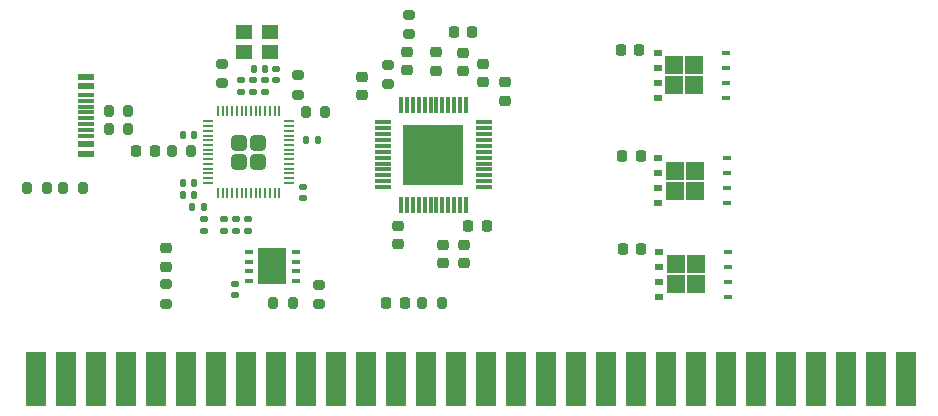
<source format=gbr>
%TF.GenerationSoftware,KiCad,Pcbnew,7.99.0-3012-g423a5b9961*%
%TF.CreationDate,2023-10-18T14:22:59-04:00*%
%TF.ProjectId,drvesc,64727665-7363-42e6-9b69-6361645f7063,V1.0*%
%TF.SameCoordinates,Original*%
%TF.FileFunction,Paste,Top*%
%TF.FilePolarity,Positive*%
%FSLAX46Y46*%
G04 Gerber Fmt 4.6, Leading zero omitted, Abs format (unit mm)*
G04 Created by KiCad (PCBNEW 7.99.0-3012-g423a5b9961) date 2023-10-18 14:22:59*
%MOMM*%
%LPD*%
G01*
G04 APERTURE LIST*
G04 Aperture macros list*
%AMRoundRect*
0 Rectangle with rounded corners*
0 $1 Rounding radius*
0 $2 $3 $4 $5 $6 $7 $8 $9 X,Y pos of 4 corners*
0 Add a 4 corners polygon primitive as box body*
4,1,4,$2,$3,$4,$5,$6,$7,$8,$9,$2,$3,0*
0 Add four circle primitives for the rounded corners*
1,1,$1+$1,$2,$3*
1,1,$1+$1,$4,$5*
1,1,$1+$1,$6,$7*
1,1,$1+$1,$8,$9*
0 Add four rect primitives between the rounded corners*
20,1,$1+$1,$2,$3,$4,$5,0*
20,1,$1+$1,$4,$5,$6,$7,0*
20,1,$1+$1,$6,$7,$8,$9,0*
20,1,$1+$1,$8,$9,$2,$3,0*%
G04 Aperture macros list end*
%ADD10C,0.000000*%
%ADD11RoundRect,0.200000X-0.275000X0.200000X-0.275000X-0.200000X0.275000X-0.200000X0.275000X0.200000X0*%
%ADD12RoundRect,0.200000X0.200000X0.275000X-0.200000X0.275000X-0.200000X-0.275000X0.200000X-0.275000X0*%
%ADD13RoundRect,0.200000X-0.200000X-0.275000X0.200000X-0.275000X0.200000X0.275000X-0.200000X0.275000X0*%
%ADD14RoundRect,0.225000X0.250000X-0.225000X0.250000X0.225000X-0.250000X0.225000X-0.250000X-0.225000X0*%
%ADD15R,1.500000X1.500000*%
%ADD16R,0.750000X0.500000*%
%ADD17R,0.750000X0.400000*%
%ADD18R,1.450000X0.600000*%
%ADD19R,1.450000X0.300000*%
%ADD20RoundRect,0.140000X0.140000X0.170000X-0.140000X0.170000X-0.140000X-0.170000X0.140000X-0.170000X0*%
%ADD21RoundRect,0.140000X-0.170000X0.140000X-0.170000X-0.140000X0.170000X-0.140000X0.170000X0.140000X0*%
%ADD22RoundRect,0.225000X0.225000X0.250000X-0.225000X0.250000X-0.225000X-0.250000X0.225000X-0.250000X0*%
%ADD23RoundRect,0.200000X0.275000X-0.200000X0.275000X0.200000X-0.275000X0.200000X-0.275000X-0.200000X0*%
%ADD24RoundRect,0.218750X-0.218750X-0.256250X0.218750X-0.256250X0.218750X0.256250X-0.218750X0.256250X0*%
%ADD25RoundRect,0.225000X-0.250000X0.225000X-0.250000X-0.225000X0.250000X-0.225000X0.250000X0.225000X0*%
%ADD26R,1.475000X0.300000*%
%ADD27R,0.300000X1.475000*%
%ADD28R,5.170000X5.170000*%
%ADD29RoundRect,0.140000X0.170000X-0.140000X0.170000X0.140000X-0.170000X0.140000X-0.170000X-0.140000X0*%
%ADD30RoundRect,0.225000X-0.225000X-0.250000X0.225000X-0.250000X0.225000X0.250000X-0.225000X0.250000X0*%
%ADD31RoundRect,0.218750X-0.256250X0.218750X-0.256250X-0.218750X0.256250X-0.218750X0.256250X0.218750X0*%
%ADD32RoundRect,0.135000X-0.185000X0.135000X-0.185000X-0.135000X0.185000X-0.135000X0.185000X0.135000X0*%
%ADD33R,1.400000X1.200000*%
%ADD34R,0.762000X0.304800*%
%ADD35R,2.387600X3.098800*%
%ADD36RoundRect,0.249999X0.395001X0.395001X-0.395001X0.395001X-0.395001X-0.395001X0.395001X-0.395001X0*%
%ADD37RoundRect,0.050000X0.387500X0.050000X-0.387500X0.050000X-0.387500X-0.050000X0.387500X-0.050000X0*%
%ADD38RoundRect,0.050000X0.050000X0.387500X-0.050000X0.387500X-0.050000X-0.387500X0.050000X-0.387500X0*%
%ADD39R,1.651000X4.572000*%
G04 APERTURE END LIST*
D10*
%TO.C,U2*%
G36*
X121508000Y-119055348D02*
G01*
X119320400Y-119055348D01*
X119320400Y-117705948D01*
X121508000Y-117705948D01*
X121508000Y-119055348D01*
G37*
G36*
X121508000Y-120604748D02*
G01*
X119320400Y-120604748D01*
X119320400Y-119255348D01*
X121508000Y-119255348D01*
X121508000Y-120604748D01*
G37*
%TD*%
D11*
%TO.C,R1*%
X132003800Y-97866200D03*
X132003800Y-99516200D03*
%TD*%
D12*
%TO.C,R9*%
X101295200Y-112522000D03*
X99645200Y-112522000D03*
%TD*%
D13*
%TO.C,R17*%
X106554000Y-106045000D03*
X108204000Y-106045000D03*
%TD*%
D14*
%TO.C,C14*%
X131087023Y-117269398D03*
X131087023Y-115719398D03*
%TD*%
D15*
%TO.C,Q1*%
X156150723Y-103811302D03*
X156150723Y-102111302D03*
X154450723Y-103811302D03*
X154450723Y-102111302D03*
D16*
X153045723Y-104866302D03*
X153045723Y-103596302D03*
X153045723Y-102326302D03*
X153045723Y-101056302D03*
D17*
X158850723Y-104866302D03*
X158850723Y-103596302D03*
X158850723Y-102326302D03*
X158850723Y-101056302D03*
%TD*%
D18*
%TO.C,J2*%
X104610400Y-103123200D03*
X104610400Y-103923200D03*
D19*
X104610400Y-105123200D03*
X104610400Y-106123200D03*
X104610400Y-106623200D03*
X104610400Y-107623200D03*
D18*
X104610400Y-108823200D03*
X104610400Y-109623200D03*
X104610400Y-109623200D03*
X104610400Y-108823200D03*
D19*
X104610400Y-108123200D03*
X104610400Y-107123200D03*
X104610400Y-105623200D03*
X104610400Y-104623200D03*
D18*
X104610400Y-103923200D03*
X104610400Y-103123200D03*
%TD*%
D20*
%TO.C,C20*%
X124261300Y-108455598D03*
X123301300Y-108455598D03*
%TD*%
D21*
%TO.C,C17*%
X117226500Y-120614698D03*
X117226500Y-121574698D03*
%TD*%
D22*
%TO.C,C10*%
X151638600Y-117703600D03*
X150088600Y-117703600D03*
%TD*%
D23*
%TO.C,R13*%
X122560500Y-104619198D03*
X122560500Y-102969198D03*
%TD*%
D20*
%TO.C,C19*%
X119812100Y-102448555D03*
X118852100Y-102448555D03*
%TD*%
D24*
%TO.C,D3*%
X108869700Y-109369998D03*
X110444700Y-109369998D03*
%TD*%
D20*
%TO.C,C16*%
X114600199Y-114145198D03*
X113640199Y-114145198D03*
%TD*%
D14*
%TO.C,C1*%
X131800600Y-102552800D03*
X131800600Y-101002800D03*
%TD*%
D22*
%TO.C,C9*%
X151607576Y-109809004D03*
X150057576Y-109809004D03*
%TD*%
D25*
%TO.C,C6*%
X134262023Y-101038798D03*
X134262023Y-102588798D03*
%TD*%
D11*
%TO.C,R18*%
X130225800Y-102083600D03*
X130225800Y-103733600D03*
%TD*%
D26*
%TO.C,U1*%
X129817023Y-106954198D03*
X129817023Y-107454198D03*
X129817023Y-107954198D03*
X129817023Y-108454198D03*
X129817023Y-108954198D03*
X129817023Y-109454198D03*
X129817023Y-109954198D03*
X129817023Y-110454198D03*
X129817023Y-110954198D03*
X129817023Y-111454198D03*
X129817023Y-111954198D03*
X129817023Y-112454198D03*
D27*
X131305023Y-113942198D03*
X131805023Y-113942198D03*
X132305023Y-113942198D03*
X132805023Y-113942198D03*
X133305023Y-113942198D03*
X133805023Y-113942198D03*
X134305023Y-113942198D03*
X134805023Y-113942198D03*
X135305023Y-113942198D03*
X135805023Y-113942198D03*
X136305023Y-113942198D03*
X136805023Y-113942198D03*
D26*
X138293023Y-112454198D03*
X138293023Y-111954198D03*
X138293023Y-111454198D03*
X138293023Y-110954198D03*
X138293023Y-110454198D03*
X138293023Y-109954198D03*
X138293023Y-109454198D03*
X138293023Y-108954198D03*
X138293023Y-108454198D03*
X138293023Y-107954198D03*
X138293023Y-107454198D03*
X138293023Y-106954198D03*
D27*
X136805023Y-105466198D03*
X136305023Y-105466198D03*
X135805023Y-105466198D03*
X135305023Y-105466198D03*
X134805023Y-105466198D03*
X134305023Y-105466198D03*
X133805023Y-105466198D03*
X133305023Y-105466198D03*
X132805023Y-105466198D03*
X132305023Y-105466198D03*
X131805023Y-105466198D03*
X131305023Y-105466198D03*
D28*
X134055023Y-109704198D03*
%TD*%
D12*
%TO.C,R12*%
X124908500Y-106093398D03*
X123258500Y-106093398D03*
%TD*%
D20*
%TO.C,C25*%
X113794900Y-112138598D03*
X112834900Y-112138598D03*
%TD*%
D29*
%TO.C,C24*%
X118750500Y-104363598D03*
X118750500Y-103403598D03*
%TD*%
D13*
%TO.C,R7*%
X120497600Y-122301000D03*
X122147600Y-122301000D03*
%TD*%
D23*
%TO.C,R2*%
X111404400Y-122326400D03*
X111404400Y-120676400D03*
%TD*%
D24*
%TO.C,D2*%
X130060200Y-122283400D03*
X131635200Y-122283400D03*
%TD*%
D25*
%TO.C,C5*%
X138275223Y-102003998D03*
X138275223Y-103553998D03*
%TD*%
%TO.C,C4*%
X136522623Y-101063598D03*
X136522623Y-102613598D03*
%TD*%
D30*
%TO.C,C11*%
X137017623Y-115770798D03*
X138567623Y-115770798D03*
%TD*%
D12*
%TO.C,R10*%
X104344200Y-112522000D03*
X102694200Y-112522000D03*
%TD*%
D15*
%TO.C,Q2*%
X156202400Y-112764802D03*
X156202400Y-111064802D03*
X154502400Y-112764802D03*
X154502400Y-111064802D03*
D16*
X153097400Y-113819802D03*
X153097400Y-112549802D03*
X153097400Y-111279802D03*
X153097400Y-110009802D03*
D17*
X158902400Y-113819802D03*
X158902400Y-112549802D03*
X158902400Y-111279802D03*
X158902400Y-110009802D03*
%TD*%
D11*
%TO.C,R11*%
X116175901Y-103654998D03*
X116175901Y-102004998D03*
%TD*%
D22*
%TO.C,C8*%
X151460800Y-100840402D03*
X149910800Y-100840402D03*
%TD*%
D21*
%TO.C,C22*%
X118344100Y-115166398D03*
X118344100Y-116126398D03*
%TD*%
D29*
%TO.C,C29*%
X123042100Y-113377998D03*
X123042100Y-112417998D03*
%TD*%
D30*
%TO.C,C2*%
X135800800Y-99288600D03*
X137350800Y-99288600D03*
%TD*%
D31*
%TO.C,D1*%
X111395800Y-117639600D03*
X111395800Y-119214600D03*
%TD*%
D14*
%TO.C,C13*%
X134820823Y-118882598D03*
X134820823Y-117332598D03*
%TD*%
D12*
%TO.C,R3*%
X134747000Y-122275600D03*
X133097000Y-122275600D03*
%TD*%
D13*
%TO.C,R16*%
X106554000Y-107569000D03*
X108204000Y-107569000D03*
%TD*%
D29*
%TO.C,C23*%
X116312100Y-116121198D03*
X116312100Y-115161198D03*
%TD*%
D20*
%TO.C,C26*%
X113766900Y-108074598D03*
X112806900Y-108074598D03*
%TD*%
%TO.C,C28*%
X113792300Y-113129198D03*
X112832300Y-113129198D03*
%TD*%
D12*
%TO.C,R15*%
X113555700Y-109369998D03*
X111905700Y-109369998D03*
%TD*%
D14*
%TO.C,C12*%
X136624223Y-118870198D03*
X136624223Y-117320198D03*
%TD*%
D21*
%TO.C,C18*%
X120757100Y-102423155D03*
X120757100Y-103383155D03*
%TD*%
D32*
%TO.C,R14*%
X119766500Y-103404555D03*
X119766500Y-104424555D03*
%TD*%
D15*
%TO.C,Q3*%
X156276624Y-120657000D03*
X156276624Y-118957000D03*
X154576624Y-120657000D03*
X154576624Y-118957000D03*
D16*
X153171624Y-121712000D03*
X153171624Y-120442000D03*
X153171624Y-119172000D03*
X153171624Y-117902000D03*
D17*
X158976624Y-121712000D03*
X158976624Y-120442000D03*
X158976624Y-119172000D03*
X158976624Y-117902000D03*
%TD*%
D11*
%TO.C,R8*%
X124333000Y-120726200D03*
X124333000Y-122376200D03*
%TD*%
D21*
%TO.C,C27*%
X117328100Y-115166398D03*
X117328100Y-116126398D03*
%TD*%
D25*
%TO.C,C3*%
X127965200Y-103098000D03*
X127965200Y-104648000D03*
%TD*%
%TO.C,C7*%
X140129423Y-103578198D03*
X140129423Y-105128198D03*
%TD*%
D33*
%TO.C,Y1*%
X120200000Y-99300000D03*
X118000000Y-99300000D03*
X118000000Y-101000000D03*
X120200000Y-101000000D03*
%TD*%
D21*
%TO.C,C15*%
X114628199Y-115161198D03*
X114628199Y-116121198D03*
%TD*%
D34*
%TO.C,U2*%
X122382700Y-120355498D03*
X122382700Y-119555398D03*
X122382700Y-118755298D03*
X122382700Y-117955198D03*
D35*
X120414200Y-119155348D03*
D34*
X118445700Y-117955198D03*
X118445700Y-118755298D03*
X118445700Y-119555398D03*
X118445700Y-120355498D03*
%TD*%
D29*
%TO.C,C21*%
X117734500Y-104360998D03*
X117734500Y-103400998D03*
%TD*%
D36*
%TO.C,U3*%
X119204100Y-110280098D03*
X119204100Y-108680098D03*
X117604100Y-110280098D03*
X117604100Y-108680098D03*
D37*
X121841600Y-112080098D03*
X121841600Y-111680098D03*
X121841600Y-111280098D03*
X121841600Y-110880098D03*
X121841600Y-110480098D03*
X121841600Y-110080098D03*
X121841600Y-109680098D03*
X121841600Y-109280098D03*
X121841600Y-108880098D03*
X121841600Y-108480098D03*
X121841600Y-108080098D03*
X121841600Y-107680098D03*
X121841600Y-107280098D03*
X121841600Y-106880098D03*
D38*
X121004100Y-106042598D03*
X120604100Y-106042598D03*
X120204100Y-106042598D03*
X119804100Y-106042598D03*
X119404100Y-106042598D03*
X119004100Y-106042598D03*
X118604100Y-106042598D03*
X118204100Y-106042598D03*
X117804100Y-106042598D03*
X117404100Y-106042598D03*
X117004100Y-106042598D03*
X116604100Y-106042598D03*
X116204100Y-106042598D03*
X115804100Y-106042598D03*
D37*
X114966600Y-106880098D03*
X114966600Y-107280098D03*
X114966600Y-107680098D03*
X114966600Y-108080098D03*
X114966600Y-108480098D03*
X114966600Y-108880098D03*
X114966600Y-109280098D03*
X114966600Y-109680098D03*
X114966600Y-110080098D03*
X114966600Y-110480098D03*
X114966600Y-110880098D03*
X114966600Y-111280098D03*
X114966600Y-111680098D03*
X114966600Y-112080098D03*
D38*
X115804100Y-112917598D03*
X116204100Y-112917598D03*
X116604100Y-112917598D03*
X117004100Y-112917598D03*
X117404100Y-112917598D03*
X117804100Y-112917598D03*
X118204100Y-112917598D03*
X118604100Y-112917598D03*
X119004100Y-112917598D03*
X119404100Y-112917598D03*
X119804100Y-112917598D03*
X120204100Y-112917598D03*
X120604100Y-112917598D03*
X121004100Y-112917598D03*
%TD*%
D39*
%TO.C,J1*%
X174091600Y-128701800D03*
X171551600Y-128701800D03*
X169011600Y-128701800D03*
X166471600Y-128701800D03*
X163931600Y-128701800D03*
X161391600Y-128701800D03*
X158851600Y-128701800D03*
X156311600Y-128701800D03*
X153771600Y-128701800D03*
X151231600Y-128701800D03*
X148691600Y-128701800D03*
X146151600Y-128701800D03*
X143611600Y-128701800D03*
X141071600Y-128701800D03*
X138531600Y-128701800D03*
X135991600Y-128701800D03*
X133451600Y-128701800D03*
X130911600Y-128701800D03*
X128371600Y-128701800D03*
X125831600Y-128701800D03*
X123291600Y-128701800D03*
X120751600Y-128701800D03*
X118211600Y-128701800D03*
X115671600Y-128701800D03*
X113131600Y-128701800D03*
X110591600Y-128701800D03*
X108051600Y-128701800D03*
X105511600Y-128701800D03*
X102971600Y-128701800D03*
X100431600Y-128701800D03*
%TD*%
M02*

</source>
